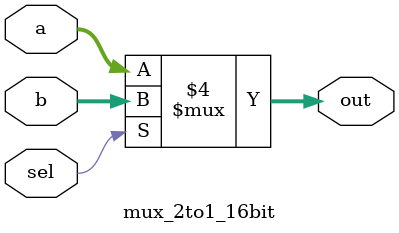
<source format=v>
`timescale 1ns / 1ps

module mux_2to1_16bit(
    input   [15:0] a, b,
    input          sel,
    output reg [15:0] out
);

  
	 always @(*) begin
    if (sel == 0) begin
	     out <= a;
	  end
	  else begin
       out <= b;
	  end
	 end
	
endmodule

</source>
